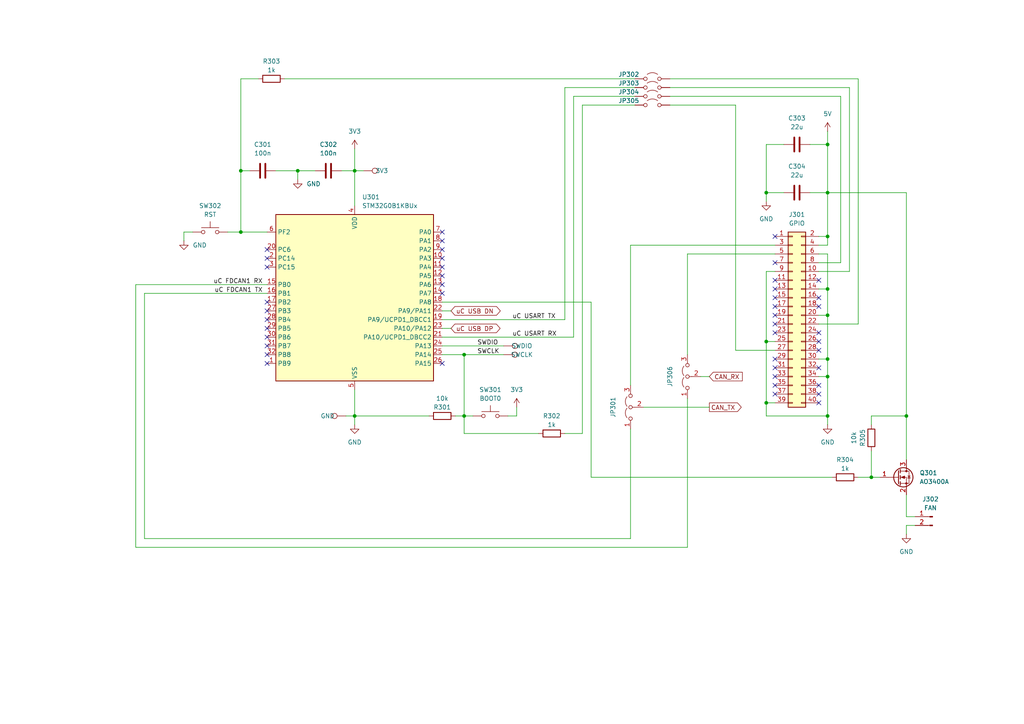
<source format=kicad_sch>
(kicad_sch (version 20250114) (generator "eeschema") (generator_version "9.0")
  (paper "A4")
  (lib_symbols
    (symbol "Connector:Conn_01x02_Pin" (pin_names (offset 1.016) (hide yes))
      (property "Reference" "J" (at 0 2.54 0))
      (property "Value" "Conn_01x02_Pin" (at 0 -5.08 0))
      (symbol "Conn_01x02_Pin_1_1"
        (rectangle (start 0.8636 0.127) (end 0 -0.127) (stroke (width 0.1524)) (fill (type outline)))
        (rectangle (start 0.8636 -2.413) (end 0 -2.667) (stroke (width 0.1524)) (fill (type outline)))
        (polyline (pts (xy 1.27 0) (xy 0.8636 0)) (stroke (width 0.1524)))
        (polyline (pts (xy 1.27 -2.54) (xy 0.8636 -2.54)) (stroke (width 0.1524)))
        (pin passive line (at 5.08 0 180) (length 3.81) (name "Pin_1") (number "1"))
        (pin passive line (at 5.08 -2.54 180) (length 3.81) (name "Pin_2") (number "2"))
      )
    )
    (symbol "Connector_Generic:Conn_02x20_Odd_Even" (pin_names (offset 1.016) (hide yes))
      (property "Reference" "J" (at 1.27 25.4 0))
      (property "Value" "Conn_02x20_Odd_Even" (at 1.27 -27.94 0))
      (symbol "Conn_02x20_Odd_Even_1_1"
        (rectangle (start -1.27 24.13) (end 3.81 -26.67) (stroke (width 0.254)) (fill (type background)))
        (rectangle (start -1.27 22.987) (end 0 22.733) (stroke (width 0.1524)))
        (rectangle (start -1.27 20.447) (end 0 20.193) (stroke (width 0.1524)))
        (rectangle (start -1.27 17.907) (end 0 17.653) (stroke (width 0.1524)))
        (rectangle (start -1.27 15.367) (end 0 15.113) (stroke (width 0.1524)))
        (rectangle (start -1.27 12.827) (end 0 12.573) (stroke (width 0.1524)))
        (rectangle (start -1.27 10.287) (end 0 10.033) (stroke (width 0.1524)))
        (rectangle (start -1.27 7.747) (end 0 7.493) (stroke (width 0.1524)))
        (rectangle (start -1.27 5.207) (end 0 4.953) (stroke (width 0.1524)))
        (rectangle (start -1.27 2.667) (end 0 2.413) (stroke (width 0.1524)))
        (rectangle (start -1.27 0.127) (end 0 -0.127) (stroke (width 0.1524)))
        (rectangle (start -1.27 -2.413) (end 0 -2.667) (stroke (width 0.1524)))
        (rectangle (start -1.27 -4.953) (end 0 -5.207) (stroke (width 0.1524)))
        (rectangle (start -1.27 -7.493) (end 0 -7.747) (stroke (width 0.1524)))
        (rectangle (start -1.27 -10.033) (end 0 -10.287) (stroke (width 0.1524)))
        (rectangle (start -1.27 -12.573) (end 0 -12.827) (stroke (width 0.1524)))
        (rectangle (start -1.27 -15.113) (end 0 -15.367) (stroke (width 0.1524)))
        (rectangle (start -1.27 -17.653) (end 0 -17.907) (stroke (width 0.1524)))
        (rectangle (start -1.27 -20.193) (end 0 -20.447) (stroke (width 0.1524)))
        (rectangle (start -1.27 -22.733) (end 0 -22.987) (stroke (width 0.1524)))
        (rectangle (start -1.27 -25.273) (end 0 -25.527) (stroke (width 0.1524)))
        (rectangle (start 3.81 22.987) (end 2.54 22.733) (stroke (width 0.1524)))
        (rectangle (start 3.81 20.447) (end 2.54 20.193) (stroke (width 0.1524)))
        (rectangle (start 3.81 17.907) (end 2.54 17.653) (stroke (width 0.1524)))
        (rectangle (start 3.81 15.367) (end 2.54 15.113) (stroke (width 0.1524)))
        (rectangle (start 3.81 12.827) (end 2.54 12.573) (stroke (width 0.1524)))
        (rectangle (start 3.81 10.287) (end 2.54 10.033) (stroke (width 0.1524)))
        (rectangle (start 3.81 7.747) (end 2.54 7.493) (stroke (width 0.1524)))
        (rectangle (start 3.81 5.207) (end 2.54 4.953) (stroke (width 0.1524)))
        (rectangle (start 3.81 2.667) (end 2.54 2.413) (stroke (width 0.1524)))
        (rectangle (start 3.81 0.127) (end 2.54 -0.127) (stroke (width 0.1524)))
        (rectangle (start 3.81 -2.413) (end 2.54 -2.667) (stroke (width 0.1524)))
        (rectangle (start 3.81 -4.953) (end 2.54 -5.207) (stroke (width 0.1524)))
        (rectangle (start 3.81 -7.493) (end 2.54 -7.747) (stroke (width 0.1524)))
        (rectangle (start 3.81 -10.033) (end 2.54 -10.287) (stroke (width 0.1524)))
        (rectangle (start 3.81 -12.573) (end 2.54 -12.827) (stroke (width 0.1524)))
        (rectangle (start 3.81 -15.113) (end 2.54 -15.367) (stroke (width 0.1524)))
        (rectangle (start 3.81 -17.653) (end 2.54 -17.907) (stroke (width 0.1524)))
        (rectangle (start 3.81 -20.193) (end 2.54 -20.447) (stroke (width 0.1524)))
        (rectangle (start 3.81 -22.733) (end 2.54 -22.987) (stroke (width 0.1524)))
        (rectangle (start 3.81 -25.273) (end 2.54 -25.527) (stroke (width 0.1524)))
        (pin passive line (at -5.08 22.86 0) (length 3.81) (name "Pin_1") (number "1"))
        (pin passive line (at -5.08 20.32 0) (length 3.81) (name "Pin_3") (number "3"))
        (pin passive line (at -5.08 17.78 0) (length 3.81) (name "Pin_5") (number "5"))
        (pin passive line (at -5.08 15.24 0) (length 3.81) (name "Pin_7") (number "7"))
        (pin passive line (at -5.08 12.7 0) (length 3.81) (name "Pin_9") (number "9"))
        (pin passive line (at -5.08 10.16 0) (length 3.81) (name "Pin_11") (number "11"))
        (pin passive line (at -5.08 7.62 0) (length 3.81) (name "Pin_13") (number "13"))
        (pin passive line (at -5.08 5.08 0) (length 3.81) (name "Pin_15") (number "15"))
        (pin passive line (at -5.08 2.54 0) (length 3.81) (name "Pin_17") (number "17"))
        (pin passive line (at -5.08 0 0) (length 3.81) (name "Pin_19") (number "19"))
        (pin passive line (at -5.08 -2.54 0) (length 3.81) (name "Pin_21") (number "21"))
        (pin passive line (at -5.08 -5.08 0) (length 3.81) (name "Pin_23") (number "23"))
        (pin passive line (at -5.08 -7.62 0) (length 3.81) (name "Pin_25") (number "25"))
        (pin passive line (at -5.08 -10.16 0) (length 3.81) (name "Pin_27") (number "27"))
        (pin passive line (at -5.08 -12.7 0) (length 3.81) (name "Pin_29") (number "29"))
        (pin passive line (at -5.08 -15.24 0) (length 3.81) (name "Pin_31") (number "31"))
        (pin passive line (at -5.08 -17.78 0) (length 3.81) (name "Pin_33") (number "33"))
        (pin passive line (at -5.08 -20.32 0) (length 3.81) (name "Pin_35") (number "35"))
        (pin passive line (at -5.08 -22.86 0) (length 3.81) (name "Pin_37") (number "37"))
        (pin passive line (at -5.08 -25.4 0) (length 3.81) (name "Pin_39") (number "39"))
        (pin passive line (at 7.62 22.86 180) (length 3.81) (name "Pin_2") (number "2"))
        (pin passive line (at 7.62 20.32 180) (length 3.81) (name "Pin_4") (number "4"))
        (pin passive line (at 7.62 17.78 180) (length 3.81) (name "Pin_6") (number "6"))
        (pin passive line (at 7.62 15.24 180) (length 3.81) (name "Pin_8") (number "8"))
        (pin passive line (at 7.62 12.7 180) (length 3.81) (name "Pin_10") (number "10"))
        (pin passive line (at 7.62 10.16 180) (length 3.81) (name "Pin_12") (number "12"))
        (pin passive line (at 7.62 7.62 180) (length 3.81) (name "Pin_14") (number "14"))
        (pin passive line (at 7.62 5.08 180) (length 3.81) (name "Pin_16") (number "16"))
        (pin passive line (at 7.62 2.54 180) (length 3.81) (name "Pin_18") (number "18"))
        (pin passive line (at 7.62 0 180) (length 3.81) (name "Pin_20") (number "20"))
        (pin passive line (at 7.62 -2.54 180) (length 3.81) (name "Pin_22") (number "22"))
        (pin passive line (at 7.62 -5.08 180) (length 3.81) (name "Pin_24") (number "24"))
        (pin passive line (at 7.62 -7.62 180) (length 3.81) (name "Pin_26") (number "26"))
        (pin passive line (at 7.62 -10.16 180) (length 3.81) (name "Pin_28") (number "28"))
        (pin passive line (at 7.62 -12.7 180) (length 3.81) (name "Pin_30") (number "30"))
        (pin passive line (at 7.62 -15.24 180) (length 3.81) (name "Pin_32") (number "32"))
        (pin passive line (at 7.62 -17.78 180) (length 3.81) (name "Pin_34") (number "34"))
        (pin passive line (at 7.62 -20.32 180) (length 3.81) (name "Pin_36") (number "36"))
        (pin passive line (at 7.62 -22.86 180) (length 3.81) (name "Pin_38") (number "38"))
        (pin passive line (at 7.62 -25.4 180) (length 3.81) (name "Pin_40") (number "40"))
      )
    )
    (symbol "Device:C" (pin_numbers (hide yes)) (pin_names (offset 0.254))
      (property "Reference" "C" (at 0.635 2.54 0))
      (property "Value" "C" (at 0.635 -2.54 0))
      (symbol "C_0_1"
        (polyline (pts (xy -2.032 0.762) (xy 2.032 0.762)) (stroke (width 0.508)))
        (polyline (pts (xy -2.032 -0.762) (xy 2.032 -0.762)) (stroke (width 0.508)))
      )
      (symbol "C_1_1"
        (pin passive line (at 0 3.81 270) (length 2.794) (name "~") (number "1"))
        (pin passive line (at 0 -3.81 90) (length 2.794) (name "~") (number "2"))
      )
    )
    (symbol "Device:R" (pin_numbers (hide yes)) (pin_names (offset 0))
      (property "Reference" "R" (at 2.032 0 90))
      (property "Value" "R" (at 0 0 90))
      (symbol "R_0_1"
        (rectangle (start -1.016 -2.54) (end 1.016 2.54) (stroke (width 0.254)))
      )
      (symbol "R_1_1"
        (pin passive line (at 0 3.81 270) (length 1.27) (name "~") (number "1"))
        (pin passive line (at 0 -3.81 90) (length 1.27) (name "~") (number "2"))
      )
    )
    (symbol "Jumper:Jumper_2_Open" (pin_numbers (hide yes)) (pin_names (offset 0) (hide yes))
      (property "Reference" "JP" (at 0 2.794 0))
      (property "Value" "Jumper_2_Open" (at 0 -2.286 0))
      (symbol "Jumper_2_Open_0_0"
        (circle (center -2.032 0) (radius 0.508))
        (circle (center 2.032 0) (radius 0.508))
      )
      (symbol "Jumper_2_Open_0_1"
        (arc (start -1.524 1.27) (mid 0 1.778) (end 1.524 1.27))
      )
      (symbol "Jumper_2_Open_1_1"
        (pin passive line (at -5.08 0 0) (length 2.54) (name "A") (number "1"))
        (pin passive line (at 5.08 0 180) (length 2.54) (name "B") (number "2"))
      )
    )
    (symbol "Jumper:Jumper_3_Open" (pin_names (offset 0) (hide yes)) (in_bom no)
      (property "Reference" "JP" (at -2.54 -2.54 0))
      (property "Value" "Jumper_3_Open" (at 0 2.794 0))
      (symbol "Jumper_3_Open_0_0"
        (circle (center -3.302 0) (radius 0.508))
        (circle (center 0 0) (radius 0.508))
        (circle (center 3.302 0) (radius 0.508))
      )
      (symbol "Jumper_3_Open_0_1"
        (arc (start -3.048 1.016) (mid -1.651 1.4992) (end -0.254 1.016))
        (polyline (pts (xy 0 -0.508) (xy 0 -1.27)))
        (arc (start 0.254 1.016) (mid 1.651 1.4992) (end 3.048 1.016))
      )
      (symbol "Jumper_3_Open_1_1"
        (pin passive line (at -6.35 0 0) (length 2.54) (name "A") (number "1"))
        (pin passive line (at 0 -3.81 90) (length 2.54) (name "C") (number "2"))
        (pin passive line (at 6.35 0 180) (length 2.54) (name "B") (number "3"))
      )
    )
    (symbol "MCU_ST_STM32G0:STM32G0B1KBUx"
      (property "Reference" "U" (at -22.86 26.67 0))
      (property "Value" "STM32G0B1KBUx" (at 2.54 26.67 0))
      (symbol "STM32G0B1KBUx_0_1"
        (rectangle (start -22.86 -22.86) (end 22.86 25.4) (stroke (width 0.254)) (fill (type background)))
      )
      (symbol "STM32G0B1KBUx_1_1"
        (pin bidirectional line (at -25.4 20.32 0) (length 2.54) (name "PF2") (number "6"))
        (pin bidirectional line (at -25.4 15.24 0) (length 2.54) (name "PC6") (number "20"))
        (pin bidirectional line (at -25.4 12.7 0) (length 2.54) (name "PC14") (number "2"))
        (pin bidirectional line (at -25.4 10.16 0) (length 2.54) (name "PC15") (number "3"))
        (pin bidirectional line (at -25.4 5.08 0) (length 2.54) (name "PB0") (number "15"))
        (pin bidirectional line (at -25.4 2.54 0) (length 2.54) (name "PB1") (number "16"))
        (pin bidirectional line (at -25.4 0 0) (length 2.54) (name "PB2") (number "17"))
        (pin bidirectional line (at -25.4 -2.54 0) (length 2.54) (name "PB3") (number "27"))
        (pin bidirectional line (at -25.4 -5.08 0) (length 2.54) (name "PB4") (number "28"))
        (pin bidirectional line (at -25.4 -7.62 0) (length 2.54) (name "PB5") (number "29"))
        (pin bidirectional line (at -25.4 -10.16 0) (length 2.54) (name "PB6") (number "30"))
        (pin bidirectional line (at -25.4 -12.7 0) (length 2.54) (name "PB7") (number "31"))
        (pin bidirectional line (at -25.4 -15.24 0) (length 2.54) (name "PB8") (number "32"))
        (pin bidirectional line (at -25.4 -17.78 0) (length 2.54) (name "PB9") (number "1"))
        (pin power_in line (at 0 27.94 270) (length 2.54) (name "VDD") (number "4"))
        (pin passive line (at 0 -25.4 90) (length 2.54) (hide yes) (name "VSS") (number "33"))
        (pin power_in line (at 0 -25.4 90) (length 2.54) (name "VSS") (number "5"))
        (pin bidirectional line (at 25.4 20.32 180) (length 2.54) (name "PA0") (number "7"))
        (pin bidirectional line (at 25.4 17.78 180) (length 2.54) (name "PA1") (number "8"))
        (pin bidirectional line (at 25.4 15.24 180) (length 2.54) (name "PA2") (number "9"))
        (pin bidirectional line (at 25.4 12.7 180) (length 2.54) (name "PA3") (number "10"))
        (pin bidirectional line (at 25.4 10.16 180) (length 2.54) (name "PA4") (number "11"))
        (pin bidirectional line (at 25.4 7.62 180) (length 2.54) (name "PA5") (number "12"))
        (pin bidirectional line (at 25.4 5.08 180) (length 2.54) (name "PA6") (number "13"))
        (pin bidirectional line (at 25.4 2.54 180) (length 2.54) (name "PA7") (number "14"))
        (pin bidirectional line (at 25.4 0 180) (length 2.54) (name "PA8") (number "18"))
        (pin bidirectional line (at 25.4 -2.54 180) (length 2.54) (name "PA9/PA11") (number "22"))
        (pin bidirectional line (at 25.4 -5.08 180) (length 2.54) (name "PA9/UCPD1_DBCC1") (number "19"))
        (pin bidirectional line (at 25.4 -7.62 180) (length 2.54) (name "PA10/PA12") (number "23"))
        (pin bidirectional line (at 25.4 -10.16 180) (length 2.54) (name "PA10/UCPD1_DBCC2") (number "21"))
        (pin bidirectional line (at 25.4 -12.7 180) (length 2.54) (name "PA13") (number "24"))
        (pin bidirectional line (at 25.4 -15.24 180) (length 2.54) (name "PA14") (number "25"))
        (pin bidirectional line (at 25.4 -17.78 180) (length 2.54) (name "PA15") (number "26"))
      )
    )
    (symbol "NamedTestPoint_1" (pin_numbers (hide yes)) (pin_names (offset 0.762) (hide yes))
      (property "Value" "${SHORT_NET_NAME(1)}" (at 0 6.35 0))
      (symbol "NamedTestPoint_1_0_1"
        (circle (center 0 3.302) (radius 0.762))
      )
      (symbol "NamedTestPoint_1_1_1"
        (pin passive line (at 0 0 90) (length 2.54) (name "1") (number "1"))
      )
    )
    (symbol "Switch:SW_Push" (pin_numbers (hide yes)) (pin_names (offset 1.016) (hide yes))
      (property "Reference" "SW" (at 1.27 2.54 0))
      (property "Value" "SW_Push" (at 0 -1.524 0))
      (symbol "SW_Push_0_1"
        (circle (center -2.032 0) (radius 0.508))
        (polyline (pts (xy 0 1.27) (xy 0 3.048)))
        (circle (center 2.032 0) (radius 0.508))
        (polyline (pts (xy 2.54 1.27) (xy -2.54 1.27)))
        (pin passive line (at -5.08 0 0) (length 2.54) (name "1") (number "1"))
        (pin passive line (at 5.08 0 180) (length 2.54) (name "2") (number "2"))
      )
    )
    (symbol "Transistor_FET:AO3400A" (pin_names (offset 0) (hide yes))
      (property "Reference" "Q" (at 5.08 1.905 0))
      (property "Value" "AO3400A" (at 5.08 0 0))
      (symbol "AO3400A_0_1"
        (polyline (pts (xy 0.254 1.905) (xy 0.254 -1.905)) (stroke (width 0.254)))
        (polyline (pts (xy 0.254 0) (xy -2.54 0)))
        (polyline (pts (xy 0.762 2.286) (xy 0.762 1.27)) (stroke (width 0.254)))
        (polyline (pts (xy 0.762 0.508) (xy 0.762 -0.508)) (stroke (width 0.254)))
        (polyline (pts (xy 0.762 -1.27) (xy 0.762 -2.286)) (stroke (width 0.254)))
        (polyline (pts (xy 0.762 -1.778) (xy 3.302 -1.778) (xy 3.302 1.778) (xy 0.762 1.778)))
        (polyline (pts (xy 1.016 0) (xy 2.032 0.381) (xy 2.032 -0.381) (xy 1.016 0)) (fill (type outline)))
        (circle (center 1.651 0) (radius 2.794) (stroke (width 0.254)))
        (polyline (pts (xy 2.54 2.54) (xy 2.54 1.778)))
        (circle (center 2.54 1.778) (radius 0.254) (fill (type outline)))
        (circle (center 2.54 -1.778) (radius 0.254) (fill (type outline)))
        (polyline (pts (xy 2.54 -2.54) (xy 2.54 0) (xy 0.762 0)))
        (polyline (pts (xy 2.921 0.381) (xy 3.683 0.381)))
        (polyline (pts (xy 3.302 0.381) (xy 2.921 -0.254) (xy 3.683 -0.254) (xy 3.302 0.381)))
      )
      (symbol "AO3400A_1_1"
        (pin input line (at -5.08 0 0) (length 2.54) (name "G") (number "1"))
        (pin passive line (at 2.54 5.08 270) (length 2.54) (name "D") (number "3"))
        (pin passive line (at 2.54 -5.08 90) (length 2.54) (name "S") (number "2"))
      )
    )
    (symbol "power:+3.3V" (power) (pin_numbers (hide yes)) (pin_names (offset 0) (hide yes))
      (property "Value" "+3.3V" (at 0 3.556 0))
      (symbol "+3.3V_0_1"
        (polyline (pts (xy -0.762 1.27) (xy 0 2.54)))
        (polyline (pts (xy 0 2.54) (xy 0.762 1.27)))
        (polyline (pts (xy 0 0) (xy 0 2.54)))
      )
      (symbol "+3.3V_1_1"
        (pin power_in line (at 0 0 90) (length 0) (name "~") (number "1"))
      )
    )
    (symbol "power:GND" (power) (pin_numbers (hide yes)) (pin_names (offset 0) (hide yes))
      (property "Value" "GND" (at 0 -3.81 0))
      (symbol "GND_0_1"
        (polyline (pts (xy 0 0) (xy 0 -1.27) (xy 1.27 -1.27) (xy 0 -2.54) (xy -1.27 -1.27) (xy 0 -1.27)))
      )
      (symbol "GND_1_1"
        (pin power_in line (at 0 0 270) (length 0) (name "~") (number "1"))
      )
    )
  )
  (junction (at 69.85 67.31))
  (junction (at 240.03 68.58))
  (junction (at 222.25 116.84))
  (junction (at 134.62 102.87))
  (junction (at 222.25 55.88))
  (junction (at 102.87 49.53))
  (junction (at 69.85 49.53))
  (junction (at 262.89 120.65))
  (junction (at 240.03 91.44))
  (junction (at 240.03 83.82))
  (junction (at 222.25 99.06))
  (junction (at 240.03 41.91))
  (junction (at 252.73 138.43))
  (junction (at 240.03 120.65))
  (junction (at 134.62 120.65))
  (junction (at 86.36 49.53))
  (junction (at 240.03 55.88))
  (junction (at 240.03 104.14))
  (junction (at 102.87 120.65))
  (junction (at 240.03 109.22))
  (no_connect (at 237.49 99.06))
  (no_connect (at 224.79 109.22))
  (no_connect (at 237.49 81.28))
  (no_connect (at 237.49 86.36))
  (no_connect (at 77.47 87.63))
  (no_connect (at 224.79 88.9))
  (no_connect (at 224.79 96.52))
  (no_connect (at 224.79 111.76))
  (no_connect (at 224.79 106.68))
  (no_connect (at 128.27 74.93))
  (no_connect (at 237.49 96.52))
  (no_connect (at 237.49 116.84))
  (no_connect (at 128.27 69.85))
  (no_connect (at 77.47 105.41))
  (no_connect (at 128.27 72.39))
  (no_connect (at 77.47 90.17))
  (no_connect (at 77.47 95.25))
  (no_connect (at 224.79 104.14))
  (no_connect (at 77.47 97.79))
  (no_connect (at 237.49 114.3))
  (no_connect (at 128.27 82.55))
  (no_connect (at 128.27 77.47))
  (no_connect (at 224.79 86.36))
  (no_connect (at 237.49 101.6))
  (no_connect (at 77.47 92.71))
  (no_connect (at 77.47 72.39))
  (no_connect (at 224.79 81.28))
  (no_connect (at 128.27 85.09))
  (no_connect (at 224.79 83.82))
  (no_connect (at 77.47 102.87))
  (no_connect (at 237.49 111.76))
  (no_connect (at 128.27 105.41))
  (no_connect (at 224.79 91.44))
  (no_connect (at 224.79 76.2))
  (no_connect (at 77.47 77.47))
  (no_connect (at 224.79 93.98))
  (no_connect (at 237.49 106.68))
  (no_connect (at 237.49 88.9))
  (no_connect (at 224.79 114.3))
  (no_connect (at 128.27 67.31))
  (no_connect (at 224.79 68.58))
  (no_connect (at 77.47 74.93))
  (no_connect (at 128.27 80.01))
  (no_connect (at 77.47 100.33))
  (wire (pts (xy 86.36 52.07) (xy 86.36 49.53)))
  (wire (pts (xy 39.37 82.55) (xy 77.47 82.55)))
  (wire (pts (xy 82.55 22.86) (xy 184.15 22.86)))
  (wire (pts (xy 262.89 120.65) (xy 262.89 133.35)))
  (wire (pts (xy 240.03 123.19) (xy 240.03 120.65)))
  (wire (pts (xy 237.49 68.58) (xy 240.03 68.58)))
  (wire (pts (xy 128.27 102.87) (xy 134.62 102.87)))
  (wire (pts (xy 128.27 95.25) (xy 130.81 95.25)))
  (wire (pts (xy 222.25 78.74) (xy 222.25 99.06)))
  (wire (pts (xy 262.89 152.4) (xy 265.43 152.4)))
  (wire (pts (xy 41.91 156.21) (xy 182.88 156.21)))
  (wire (pts (xy 128.27 92.71) (xy 163.83 92.71)))
  (wire (pts (xy 199.39 73.66) (xy 224.79 73.66)))
  (wire (pts (xy 246.38 25.4) (xy 246.38 78.74)))
  (wire (pts (xy 222.25 55.88) (xy 222.25 58.42)))
  (wire (pts (xy 213.36 101.6) (xy 224.79 101.6)))
  (wire (pts (xy 199.39 115.57) (xy 199.39 158.75)))
  (wire (pts (xy 262.89 149.86) (xy 265.43 149.86)))
  (wire (pts (xy 222.25 116.84) (xy 222.25 120.65)))
  (wire (pts (xy 69.85 22.86) (xy 69.85 49.53)))
  (wire (pts (xy 222.25 99.06) (xy 224.79 99.06)))
  (wire (pts (xy 72.39 49.53) (xy 69.85 49.53)))
  (wire (pts (xy 237.49 83.82) (xy 240.03 83.82)))
  (wire (pts (xy 237.49 109.22) (xy 240.03 109.22)))
  (wire (pts (xy 240.03 83.82) (xy 240.03 91.44)))
  (wire (pts (xy 240.03 109.22) (xy 240.03 120.65)))
  (wire (pts (xy 163.83 125.73) (xy 168.91 125.73)))
  (wire (pts (xy 132.08 120.65) (xy 134.62 120.65)))
  (wire (pts (xy 86.36 49.53) (xy 91.44 49.53)))
  (wire (pts (xy 240.03 41.91) (xy 240.03 38.1)))
  (wire (pts (xy 252.73 120.65) (xy 262.89 120.65)))
  (wire (pts (xy 194.31 22.86) (xy 248.92 22.86)))
  (wire (pts (xy 194.31 27.94) (xy 243.84 27.94)))
  (wire (pts (xy 199.39 102.87) (xy 199.39 73.66)))
  (wire (pts (xy 252.73 123.19) (xy 252.73 120.65)))
  (wire (pts (xy 240.03 104.14) (xy 240.03 109.22)))
  (wire (pts (xy 182.88 71.12) (xy 224.79 71.12)))
  (wire (pts (xy 224.79 78.74) (xy 222.25 78.74)))
  (wire (pts (xy 39.37 158.75) (xy 199.39 158.75)))
  (wire (pts (xy 240.03 68.58) (xy 240.03 55.88)))
  (wire (pts (xy 240.03 73.66) (xy 240.03 83.82)))
  (wire (pts (xy 171.45 138.43) (xy 241.3 138.43)))
  (wire (pts (xy 166.37 97.79) (xy 166.37 27.94)))
  (wire (pts (xy 166.37 27.94) (xy 184.15 27.94)))
  (wire (pts (xy 222.25 99.06) (xy 222.25 116.84)))
  (wire (pts (xy 248.92 93.98) (xy 237.49 93.98)))
  (wire (pts (xy 194.31 30.48) (xy 213.36 30.48)))
  (wire (pts (xy 128.27 100.33) (xy 146.05 100.33)))
  (wire (pts (xy 243.84 27.94) (xy 243.84 76.2)))
  (wire (pts (xy 240.03 71.12) (xy 240.03 68.58)))
  (wire (pts (xy 237.49 73.66) (xy 240.03 73.66)))
  (wire (pts (xy 163.83 92.71) (xy 163.83 25.4)))
  (wire (pts (xy 213.36 30.48) (xy 213.36 101.6)))
  (wire (pts (xy 102.87 43.18) (xy 102.87 49.53)))
  (wire (pts (xy 128.27 90.17) (xy 130.81 90.17)))
  (wire (pts (xy 41.91 85.09) (xy 41.91 156.21)))
  (wire (pts (xy 182.88 156.21) (xy 182.88 124.46)))
  (wire (pts (xy 39.37 82.55) (xy 39.37 158.75)))
  (wire (pts (xy 124.46 120.65) (xy 102.87 120.65)))
  (wire (pts (xy 102.87 49.53) (xy 102.87 59.69)))
  (wire (pts (xy 262.89 55.88) (xy 262.89 120.65)))
  (wire (pts (xy 194.31 25.4) (xy 246.38 25.4)))
  (wire (pts (xy 41.91 85.09) (xy 77.47 85.09)))
  (wire (pts (xy 240.03 55.88) (xy 240.03 41.91)))
  (wire (pts (xy 227.33 41.91) (xy 222.25 41.91)))
  (wire (pts (xy 222.25 41.91) (xy 222.25 55.88)))
  (wire (pts (xy 134.62 102.87) (xy 134.62 120.65)))
  (wire (pts (xy 227.33 55.88) (xy 222.25 55.88)))
  (wire (pts (xy 246.38 78.74) (xy 237.49 78.74)))
  (wire (pts (xy 240.03 91.44) (xy 240.03 104.14)))
  (wire (pts (xy 234.95 41.91) (xy 240.03 41.91)))
  (wire (pts (xy 237.49 104.14) (xy 240.03 104.14)))
  (wire (pts (xy 248.92 138.43) (xy 252.73 138.43)))
  (wire (pts (xy 163.83 25.4) (xy 184.15 25.4)))
  (wire (pts (xy 234.95 55.88) (xy 240.03 55.88)))
  (wire (pts (xy 102.87 120.65) (xy 102.87 123.19)))
  (wire (pts (xy 102.87 49.53) (xy 105.41 49.53)))
  (wire (pts (xy 237.49 71.12) (xy 240.03 71.12)))
  (wire (pts (xy 134.62 120.65) (xy 134.62 125.73)))
  (wire (pts (xy 168.91 30.48) (xy 168.91 125.73)))
  (wire (pts (xy 128.27 97.79) (xy 166.37 97.79)))
  (wire (pts (xy 222.25 116.84) (xy 224.79 116.84)))
  (wire (pts (xy 156.21 125.73) (xy 134.62 125.73)))
  (wire (pts (xy 134.62 120.65) (xy 137.16 120.65)))
  (wire (pts (xy 102.87 113.03) (xy 102.87 120.65)))
  (wire (pts (xy 134.62 102.87) (xy 146.05 102.87)))
  (wire (pts (xy 237.49 91.44) (xy 240.03 91.44)))
  (wire (pts (xy 55.88 67.31) (xy 53.34 67.31)))
  (wire (pts (xy 66.04 67.31) (xy 69.85 67.31)))
  (wire (pts (xy 262.89 143.51) (xy 262.89 149.86)))
  (wire (pts (xy 53.34 67.31) (xy 53.34 69.85)))
  (wire (pts (xy 102.87 120.65) (xy 100.33 120.65)))
  (wire (pts (xy 252.73 130.81) (xy 252.73 138.43)))
  (wire (pts (xy 186.69 118.11) (xy 205.74 118.11)))
  (wire (pts (xy 182.88 111.76) (xy 182.88 71.12)))
  (wire (pts (xy 171.45 87.63) (xy 171.45 138.43)))
  (wire (pts (xy 237.49 76.2) (xy 243.84 76.2)))
  (wire (pts (xy 222.25 120.65) (xy 240.03 120.65)))
  (wire (pts (xy 252.73 138.43) (xy 255.27 138.43)))
  (wire (pts (xy 128.27 87.63) (xy 171.45 87.63)))
  (wire (pts (xy 77.47 67.31) (xy 69.85 67.31)))
  (wire (pts (xy 203.2 109.22) (xy 205.74 109.22)))
  (wire (pts (xy 149.86 118.11) (xy 149.86 120.65)))
  (wire (pts (xy 99.06 49.53) (xy 102.87 49.53)))
  (wire (pts (xy 262.89 55.88) (xy 240.03 55.88)))
  (wire (pts (xy 149.86 120.65) (xy 147.32 120.65)))
  (wire (pts (xy 69.85 22.86) (xy 74.93 22.86)))
  (wire (pts (xy 262.89 154.94) (xy 262.89 152.4)))
  (wire (pts (xy 69.85 49.53) (xy 69.85 67.31)))
  (wire (pts (xy 168.91 30.48) (xy 184.15 30.48)))
  (wire (pts (xy 86.36 49.53) (xy 80.01 49.53)))
  (wire (pts (xy 248.92 22.86) (xy 248.92 93.98)))
  (label "uC USART TX" (at 148.59 92.71 0))
  (label "uC USART RX" (at 148.59 97.79 0))
  (label "SWDIO" (at 138.43 100.33 0))
  (label "SWCLK" (at 138.43 102.87 0))
  (label "uC FDCAN1 TX" (at 76.2 85.09 180))
  (label "uC FDCAN1 RX" (at 76.2 82.55 180))
  (global_label "CAN_TX" (shape output) (at 205.74 118.11 0) (property "Intersheetrefs" "${INTERSHEET_REFS}" (effects (hide yes))))
  (global_label "CAN_RX" (shape input) (at 205.74 109.22 0) (property "Intersheetrefs" "${INTERSHEET_REFS}" (effects (hide yes))))
  (global_label "uC USB DN" (shape bidirectional) (at 130.81 90.17 0) (property "Intersheetrefs" "${INTERSHEET_REFS}" (effects (hide yes))))
  (global_label "uC USB DP" (shape bidirectional) (at 130.81 95.25 0) (property "Intersheetrefs" "${INTERSHEET_REFS}" (effects (hide yes))))
  (symbol (lib_id "Device:R") (at 245.11 138.43 270) (mirror x) (unit 1)
    (property "Reference" "R304" (at 245.11 133.35 90))
    (property "Value" "1k" (at 245.11 135.89 90))
    (property "Footprint" "Resistor_SMD:R_0402_1005Metric" (effects (hide yes)))
    (property "Description" "Resistor" (effects (hide yes)))
  )
  (symbol (lib_id "Jumper:Jumper_3_Open") (at 199.39 109.22 90) (unit 1) (in_bom no)
    (property "Reference" "JP306" (at 194.31 109.22 0))
    (property "Value" "Jumper_3_Open" (effects (hide yes)))
    (property "Footprint" "Connector_PinHeader_2.54mm:PinHeader_1x03_P2.54mm_Vertical" (effects (hide yes)))
    (property "Description" "Jumper, 3-pole, both open" (effects (hide yes)))
  )
  (symbol (lib_id "Jumper:Jumper_2_Open") (at 189.23 22.86 0) (unit 1)
    (property "Reference" "JP302" (at 185.42 21.59 0) (effects (justify right)))
    (property "Footprint" "Connector_PinHeader_2.54mm:PinHeader_1x02_P2.54mm_Vertical" (effects (hide yes)))
    (property "Description" "Jumper, 2-pole, open" (effects (hide yes)))
  )
  (symbol (lib_id "power:+3.3V") (at 240.03 38.1 0) (unit 1)
    (property "Reference" "#PWR0307" (effects (hide yes)))
    (property "Value" "5V" (at 240.03 33.02 0))
    (property "Description" "Power symbol creates a global label with name \"+3.3V\"" (effects (hide yes)))
  )
  (symbol (lib_id "power:GND") (at 86.36 52.07 0) (unit 1)
    (property "Reference" "#PWR0303" (effects (hide yes)))
    (property "Value" "GND" (at 88.9 53.3399 0) (effects (justify left)))
    (property "Description" "Power symbol creates a global label with name \"GND\" , ground" (effects (hide yes)))
  )
  (symbol (lib_id "MCU_ST_STM32G0:STM32G0B1KBUx") (at 102.87 87.63 0) (unit 1)
    (property "Reference" "U301" (at 105.0133 57.15 0) (effects (justify left)))
    (property "Value" "STM32G0B1KBUx" (at 105.0133 59.69 0) (effects (justify left)))
    (property "Footprint" "Package_DFN_QFN:QFN-32-1EP_5x5mm_P0.5mm_EP3.45x3.45mm" (effects (hide yes)))
    (property "Datasheet" "https://www.st.com/resource/en/datasheet/stm32g0b1kb.pdf" (effects (hide yes)))
    (property "Description" "STMicroelectronics Arm Cortex-M0+ MCU, 128KB flash, 144KB RAM, 64 MHz, 1.7-3.6V, 30 GPIO, UFQFPN32" (effects (hide yes)))
  )
  (symbol (lib_id "Switch:SW_Push") (at 142.24 120.65 0) (mirror y) (unit 1)
    (property "Reference" "SW301" (at 142.24 113.03 0))
    (property "Value" "BOOT0" (at 142.24 115.57 0))
    (property "Footprint" "Button_Switch_SMD:SW_SPST_TS-1088-xR020" (effects (hide yes)))
    (property "Description" "Push button switch, generic, two pins" (effects (hide yes)))
  )
  (symbol (lib_id "Transistor_FET:AO3400A") (at 260.35 138.43 0) (unit 1)
    (property "Reference" "Q301" (at 266.7 137.1599 0) (effects (justify left)))
    (property "Value" "AO3400A" (at 266.7 139.6999 0) (effects (justify left)))
    (property "Footprint" "Package_TO_SOT_SMD:SOT-23" (effects (hide yes)))
    (property "Datasheet" "http://www.aosmd.com/pdfs/datasheet/AO3400A.pdf" (effects (hide yes)))
    (property "Description" "30V Vds, 5.7A Id, N-Channel MOSFET, SOT-23" (effects (hide yes)))
  )
  (symbol (lib_id "Jumper:Jumper_2_Open") (at 189.23 25.4 0) (unit 1)
    (property "Reference" "JP303" (at 185.42 24.13 0) (effects (justify right)))
    (property "Footprint" "Connector_PinHeader_2.54mm:PinHeader_1x02_P2.54mm_Vertical" (effects (hide yes)))
    (property "Description" "Jumper, 2-pole, open" (effects (hide yes)))
  )
  (symbol (lib_id "Device:C") (at 95.25 49.53 90) (unit 1)
    (property "Reference" "C302" (at 95.25 41.91 90))
    (property "Value" "100n" (at 95.25 44.45 90))
    (property "Footprint" "Capacitor_SMD:C_0402_1005Metric" (effects (hide yes)))
    (property "Description" "Unpolarized capacitor" (effects (hide yes)))
  )
  (symbol (lib_id "power:+3.3V") (at 149.86 118.11 0) (mirror y) (unit 1)
    (property "Reference" "#PWR0301" (effects (hide yes)))
    (property "Value" "3V3" (at 149.86 113.03 0))
    (property "Description" "Power symbol creates a global label with name \"+3.3V\"" (effects (hide yes)))
  )
  (symbol (lib_id "power:+3.3V") (at 102.87 43.18 0) (unit 1)
    (property "Reference" "#PWR0304" (effects (hide yes)))
    (property "Value" "3V3" (at 102.87 38.1 0))
    (property "Description" "Power symbol creates a global label with name \"+3.3V\"" (effects (hide yes)))
  )
  (symbol (lib_id "Jumper:Jumper_3_Open") (at 182.88 118.11 90) (unit 1) (in_bom no)
    (property "Reference" "JP301" (at 177.8 118.11 0))
    (property "Value" "Jumper_3_Open" (effects (hide yes)))
    (property "Footprint" "Connector_PinHeader_2.54mm:PinHeader_1x03_P2.54mm_Vertical" (effects (hide yes)))
    (property "Description" "Jumper, 3-pole, both open" (effects (hide yes)))
  )
  (symbol (lib_id "Switch:SW_Push") (at 60.96 67.31 0) (unit 1)
    (property "Reference" "SW302" (at 60.96 59.69 0))
    (property "Value" "RST" (at 60.96 62.23 0))
    (property "Footprint" "Button_Switch_SMD:SW_SPST_TS-1088-xR020" (effects (hide yes)))
    (property "Description" "Push button switch, generic, two pins" (effects (hide yes)))
  )
  (symbol (lib_id "Device:R") (at 160.02 125.73 270) (mirror x) (unit 1)
    (property "Reference" "R302" (at 160.02 120.65 90))
    (property "Value" "1k" (at 160.02 123.19 90))
    (property "Footprint" "Resistor_SMD:R_0402_1005Metric" (effects (hide yes)))
    (property "Description" "Resistor" (effects (hide yes)))
  )
  (symbol (lib_name "NamedTestPoint_1") (lib_id "project:NamedTestPoint") (at 105.41 49.53 270) (unit 1)
    (property "Reference" "TP301" (effects (hide yes)))
    (property "Value" "${SHORT_NET_NAME(1)}" (at 110.49 49.53 90) (effects (justify left)))
    (property "Footprint" "project:NAMED_TEST_POINT" (effects (hide yes)))
    (property "Description" "test point" (effects (hide yes)))
  )
  (symbol (lib_id "Connector:Conn_01x02_Pin") (at 270.51 149.86 0) (mirror y) (unit 1)
    (property "Reference" "J302" (at 269.875 144.78 0))
    (property "Value" "FAN" (at 269.875 147.32 0))
    (property "Footprint" "Connector_JST:JST_XH_B2B-XH-A_1x02_P2.50mm_Vertical" (effects (hide yes)))
    (property "Description" "Generic connector, single row, 01x02, script generated" (effects (hide yes)))
  )
  (symbol (lib_id "power:GND") (at 102.87 123.19 0) (unit 1)
    (property "Reference" "#PWR0305" (effects (hide yes)))
    (property "Value" "GND" (at 102.87 128.27 0))
    (property "Description" "Power symbol creates a global label with name \"GND\" , ground" (effects (hide yes)))
  )
  (symbol (lib_id "power:GND") (at 222.25 58.42 0) (unit 1)
    (property "Reference" "#PWR0306" (effects (hide yes)))
    (property "Value" "GND" (at 222.25 63.5 0))
    (property "Description" "Power symbol creates a global label with name \"GND\" , ground" (effects (hide yes)))
  )
  (symbol (lib_id "Device:R") (at 252.73 127 0) (mirror y) (unit 1)
    (property "Reference" "R305" (at 250.19 127 90))
    (property "Value" "10k" (at 247.65 127 90))
    (property "Footprint" "Resistor_SMD:R_0402_1005Metric" (effects (hide yes)))
    (property "Description" "Resistor" (effects (hide yes)))
  )
  (symbol (lib_id "Device:R") (at 78.74 22.86 270) (mirror x) (unit 1)
    (property "Reference" "R303" (at 78.74 17.78 90))
    (property "Value" "1k" (at 78.74 20.32 90))
    (property "Footprint" "Resistor_SMD:R_0402_1005Metric" (effects (hide yes)))
    (property "Description" "Resistor" (effects (hide yes)))
  )
  (symbol (lib_id "Jumper:Jumper_2_Open") (at 189.23 27.94 0) (unit 1)
    (property "Reference" "JP304" (at 185.42 26.67 0) (effects (justify right)))
    (property "Footprint" "Connector_PinHeader_2.54mm:PinHeader_1x02_P2.54mm_Vertical" (effects (hide yes)))
    (property "Description" "Jumper, 2-pole, open" (effects (hide yes)))
  )
  (symbol (lib_id "power:GND") (at 240.03 123.19 0) (unit 1)
    (property "Reference" "#PWR0308" (effects (hide yes)))
    (property "Value" "GND" (at 240.03 128.27 0))
    (property "Description" "Power symbol creates a global label with name \"GND\" , ground" (effects (hide yes)))
  )
  (symbol (lib_id "Device:C") (at 231.14 55.88 90) (unit 1)
    (property "Reference" "C304" (at 231.14 48.26 90))
    (property "Value" "22u" (at 231.14 50.8 90))
    (property "Footprint" "Capacitor_SMD:C_1206_3216Metric" (effects (hide yes)))
    (property "Description" "Unpolarized capacitor" (effects (hide yes)))
  )
  (symbol (lib_id "Device:R") (at 128.27 120.65 270) (mirror x) (unit 1)
    (property "Reference" "R301" (at 128.27 118.11 90))
    (property "Value" "10k" (at 128.27 115.57 90))
    (property "Footprint" "Resistor_SMD:R_0402_1005Metric" (effects (hide yes)))
    (property "Description" "Resistor" (effects (hide yes)))
  )
  (symbol (lib_id "Device:C") (at 76.2 49.53 270) (unit 1)
    (property "Reference" "C301" (at 76.2 41.91 90))
    (property "Value" "100n" (at 76.2 44.45 90))
    (property "Footprint" "Capacitor_SMD:C_0402_1005Metric" (effects (hide yes)))
    (property "Description" "Unpolarized capacitor" (effects (hide yes)))
  )
  (symbol (lib_id "Jumper:Jumper_2_Open") (at 189.23 30.48 0) (unit 1)
    (property "Reference" "JP305" (at 185.42 29.21 0) (effects (justify right)))
    (property "Footprint" "Connector_PinHeader_2.54mm:PinHeader_1x02_P2.54mm_Vertical" (effects (hide yes)))
    (property "Description" "Jumper, 2-pole, open" (effects (hide yes)))
  )
  (symbol (lib_name "NamedTestPoint_1") (lib_id "project:NamedTestPoint") (at 100.33 120.65 90) (mirror x) (unit 1)
    (property "Reference" "TP302" (effects (hide yes)))
    (property "Value" "${SHORT_NET_NAME(1)}" (at 95.25 120.65 90) (effects (justify left)))
    (property "Footprint" "project:NAMED_TEST_POINT" (effects (hide yes)))
    (property "Description" "test point" (effects (hide yes)))
  )
  (symbol (lib_id "Connector_Generic:Conn_02x20_Odd_Even") (at 229.87 91.44 0) (unit 1)
    (property "Reference" "J301" (at 231.14 62.23 0))
    (property "Value" "GPIO" (at 231.14 64.77 0))
    (property "Footprint" "Connector_PinSocket_2.54mm:PinSocket_2x20_P2.54mm_Vertical" (effects (hide yes)))
    (property "Description" "Generic connector, double row, 02x20, odd/even pin numbering scheme (row 1 odd numbers, row 2 even numbers), script generated (kicad-library-utils/schlib/autogen/connector/)" (effects (hide yes)))
  )
  (symbol (lib_name "NamedTestPoint_1") (lib_id "project:NamedTestPoint") (at 146.05 102.87 270) (unit 1)
    (property "Reference" "TP304" (effects (hide yes)))
    (property "Value" "${SHORT_NET_NAME(1)}" (at 151.13 102.87 90) (effects (justify left)))
    (property "Footprint" "project:NAMED_TEST_POINT" (effects (hide yes)))
    (property "Description" "test point" (effects (hide yes)))
  )
  (symbol (lib_id "power:GND") (at 53.34 69.85 0) (unit 1)
    (property "Reference" "#PWR0302" (effects (hide yes)))
    (property "Value" "GND" (at 55.88 71.1199 0) (effects (justify left)))
    (property "Description" "Power symbol creates a global label with name \"GND\" , ground" (effects (hide yes)))
  )
  (symbol (lib_name "NamedTestPoint_1") (lib_id "project:NamedTestPoint") (at 146.05 100.33 270) (unit 1)
    (property "Reference" "TP303" (effects (hide yes)))
    (property "Value" "${SHORT_NET_NAME(1)}" (at 151.13 100.33 90) (effects (justify left)))
    (property "Footprint" "project:NAMED_TEST_POINT" (effects (hide yes)))
    (property "Description" "test point" (effects (hide yes)))
  )
  (symbol (lib_id "power:GND") (at 262.89 154.94 0) (unit 1)
    (property "Reference" "#PWR0309" (effects (hide yes)))
    (property "Value" "GND" (at 262.89 160.02 0))
    (property "Description" "Power symbol creates a global label with name \"GND\" , ground" (effects (hide yes)))
  )
  (symbol (lib_id "Device:C") (at 231.14 41.91 90) (unit 1)
    (property "Reference" "C303" (at 231.14 34.29 90))
    (property "Value" "22u" (at 231.14 36.83 90))
    (property "Footprint" "Capacitor_SMD:C_1206_3216Metric" (effects (hide yes)))
    (property "Description" "Unpolarized capacitor" (effects (hide yes)))
  )
)
</source>
